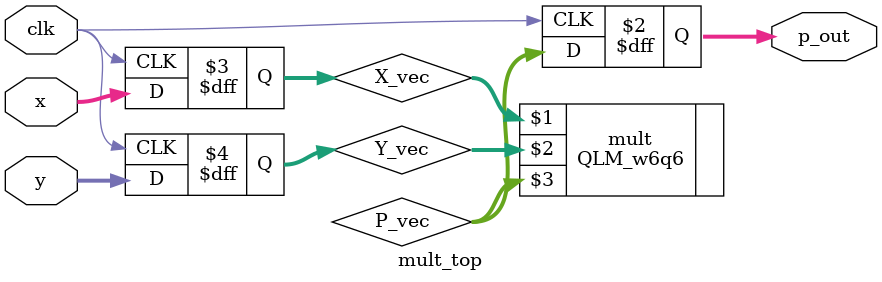
<source format=v>


module mult_top(
    // Clock and reset
    input clk,
    // Input X has a form x_i%d where %d denotes the bit number
    input  [15:0] x,
    // Input Y has a form y_i%d where %d denotes the bit number
    input  [15:0] y,
    // Output P has a form p_out%d where %d denotes the bit number
    output reg [31:0] p_out
    );

    
    // Now we have X_vec and Y_vec signal 
    // Then we do processing with these signals and store the 
    // intermidiate result in P_vec
    // For example purposes X_vec and Y_vec are concanated and stored in P_vec
    wire [31:0] P_vec;
    reg [15:0] X_vec;
    reg [15:0] Y_vec;
    
    QLM_w6q6 mult(X_vec,Y_vec,P_vec); 

 
    always @(posedge clk) 
    begin
        p_out = P_vec;
        X_vec = x;
        Y_vec = y;
    end

endmodule 


</source>
